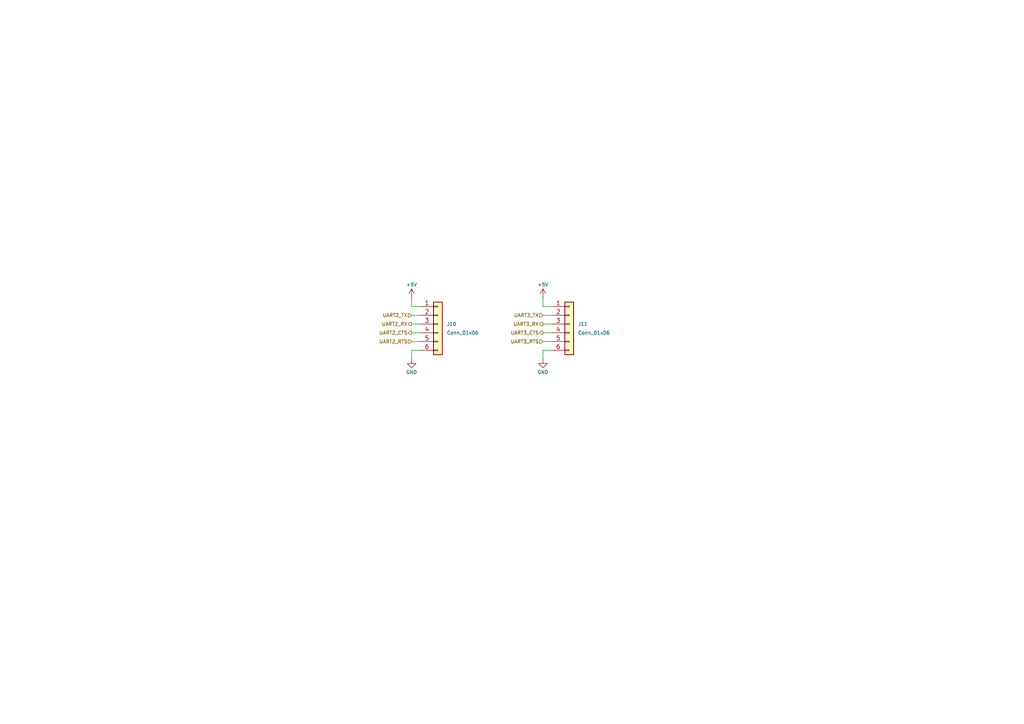
<source format=kicad_sch>
(kicad_sch (version 20231120) (generator "eeschema") (generator_version "8.0")
  (paper "A4")
  (lib_symbols
    (symbol "Connector_Generic:Conn_01x06" (pin_names (offset 1.016) hide)
      (property "Reference" "J" (at 0 7.62 0))
      (property "Value" "Conn_01x06" (at 0 -10.16 0))
      (symbol "Conn_01x06_1_1"
        (rectangle (start -1.27 -7.493) (end 0 -7.747) (stroke (width 0.1524)))
        (rectangle (start -1.27 -4.953) (end 0 -5.207) (stroke (width 0.1524)))
        (rectangle (start -1.27 -2.413) (end 0 -2.667) (stroke (width 0.1524)))
        (rectangle (start -1.27 0.127) (end 0 -0.127) (stroke (width 0.1524)))
        (rectangle (start -1.27 2.667) (end 0 2.413) (stroke (width 0.1524)))
        (rectangle (start -1.27 5.207) (end 0 4.953) (stroke (width 0.1524)))
        (rectangle (start -1.27 6.35) (end 1.27 -8.89) (stroke (width 0.254)) (fill (type background)))
        (pin passive line (at -5.08 5.08 0) (length 3.81) (name "Pin_1") (number "1"))
        (pin passive line (at -5.08 2.54 0) (length 3.81) (name "Pin_2") (number "2"))
        (pin passive line (at -5.08 0 0) (length 3.81) (name "Pin_3") (number "3"))
        (pin passive line (at -5.08 -2.54 0) (length 3.81) (name "Pin_4") (number "4"))
        (pin passive line (at -5.08 -5.08 0) (length 3.81) (name "Pin_5") (number "5"))
        (pin passive line (at -5.08 -7.62 0) (length 3.81) (name "Pin_6") (number "6"))
      )
    )
    (symbol "power:+5V" (power) (pin_names (offset 0))
      (property "Value" "+5V" (at 0 3.556 0))
      (symbol "+5V_0_1"
        (polyline (pts (xy -0.762 1.27) (xy 0 2.54)))
        (polyline (pts (xy 0 0) (xy 0 2.54)))
        (polyline (pts (xy 0 2.54) (xy 0.762 1.27)))
      )
      (symbol "+5V_1_1"
        (pin power_in line (at 0 0 90) (length 0) hide (name "+5V") (number "1"))
      )
    )
    (symbol "power:GND" (power) (pin_names (offset 0))
      (property "Value" "GND" (at 0 -3.81 0))
      (symbol "GND_0_1"
        (polyline (pts (xy 0 0) (xy 0 -1.27) (xy 1.27 -1.27) (xy 0 -2.54) (xy -1.27 -1.27) (xy 0 -1.27)))
      )
      (symbol "GND_1_1"
        (pin power_in line (at 0 0 270) (length 0) hide (name "GND") (number "1"))
      )
    )
  )
  (wire (pts (xy 157.48 93.98) (xy 160.02 93.98)))
  (wire (pts (xy 119.38 96.52) (xy 121.92 96.52)))
  (wire (pts (xy 119.38 91.44) (xy 121.92 91.44)))
  (wire (pts (xy 119.38 93.98) (xy 121.92 93.98)))
  (wire (pts (xy 119.38 86.36) (xy 119.38 88.9)))
  (wire (pts (xy 157.48 86.36) (xy 157.48 88.9)))
  (wire (pts (xy 121.92 101.6) (xy 119.38 101.6)))
  (wire (pts (xy 157.48 99.06) (xy 160.02 99.06)))
  (wire (pts (xy 119.38 88.9) (xy 121.92 88.9)))
  (wire (pts (xy 157.48 88.9) (xy 160.02 88.9)))
  (wire (pts (xy 157.48 96.52) (xy 160.02 96.52)))
  (wire (pts (xy 157.48 91.44) (xy 160.02 91.44)))
  (wire (pts (xy 160.02 101.6) (xy 157.48 101.6)))
  (wire (pts (xy 119.38 99.06) (xy 121.92 99.06)))
  (wire (pts (xy 119.38 101.6) (xy 119.38 104.14)))
  (wire (pts (xy 157.48 101.6) (xy 157.48 104.14)))
  (hierarchical_label "UART2_RX" (shape output) (at 119.38 93.98 180) (effects (font (size 1 1))))
  (hierarchical_label "UART3_RTS" (shape input) (at 157.48 99.06 180) (effects (font (size 1 1))))
  (hierarchical_label "UART3_CTS" (shape output) (at 157.48 96.52 180) (effects (font (size 1 1))))
  (hierarchical_label "UART3_RX" (shape output) (at 157.48 93.98 180) (effects (font (size 1 1))))
  (hierarchical_label "UART2_TX" (shape input) (at 119.38 91.44 180) (effects (font (size 1 1))))
  (hierarchical_label "UART2_CTS" (shape output) (at 119.38 96.52 180) (effects (font (size 1 1))))
  (hierarchical_label "UART3_TX" (shape input) (at 157.48 91.44 180) (effects (font (size 1 1))))
  (hierarchical_label "UART2_RTS" (shape input) (at 119.38 99.06 180) (effects (font (size 1 1))))
  (symbol (lib_id "power:GND") (at 157.48 104.14 0) (unit 1)
    (property "Reference" "#PWR064" (effects (hide yes)))
    (property "Value" "GND" (at 157.48 107.95 0) (effects (font (size 1 1))))
  )
  (symbol (lib_id "Connector_Generic:Conn_01x06") (at 127 93.98 0) (unit 1)
    (property "Reference" "J10" (at 129.54 93.98 0) (effects (font (size 1 1)) (justify left)))
    (property "Value" "Conn_01x06" (at 129.54 96.52 0) (effects (font (size 1 1)) (justify left)))
    (property "Footprint" "Connectors_JST:JST_GH_BM06B-GHS-TBT_06x1.25mm_Straight" (effects (hide yes)))
    (property "Description" "Generic connector, single row, 01x06, script generated (kicad-library-utils/schlib/autogen/connector/)" (effects (hide yes)))
  )
  (symbol (lib_id "power:+5V") (at 157.48 86.36 0) (mirror y) (unit 1)
    (property "Reference" "#PWR063" (effects (hide yes)))
    (property "Value" "+5V" (at 157.48 82.55 0) (effects (font (size 1 1))))
  )
  (symbol (lib_id "power:+5V") (at 119.38 86.36 0) (mirror y) (unit 1)
    (property "Reference" "#PWR061" (effects (hide yes)))
    (property "Value" "+5V" (at 119.38 82.55 0) (effects (font (size 1 1))))
  )
  (symbol (lib_id "power:GND") (at 119.38 104.14 0) (unit 1)
    (property "Reference" "#PWR062" (effects (hide yes)))
    (property "Value" "GND" (at 119.38 107.95 0) (effects (font (size 1 1))))
  )
  (symbol (lib_id "Connector_Generic:Conn_01x06") (at 165.1 93.98 0) (unit 1)
    (property "Reference" "J11" (at 167.64 93.98 0) (effects (font (size 1 1)) (justify left)))
    (property "Value" "Conn_01x06" (at 167.64 96.52 0) (effects (font (size 1 1)) (justify left)))
    (property "Footprint" "Connectors_JST:JST_GH_BM06B-GHS-TBT_06x1.25mm_Straight" (effects (hide yes)))
    (property "Description" "Generic connector, single row, 01x06, script generated (kicad-library-utils/schlib/autogen/connector/)" (effects (hide yes)))
  )
)
</source>
